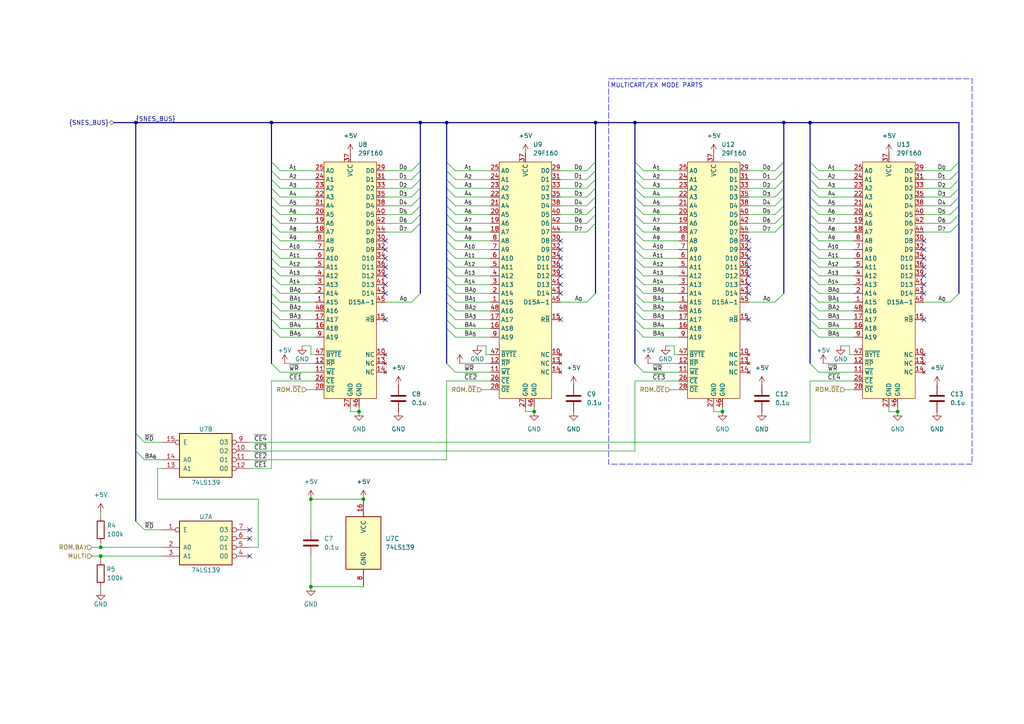
<source format=kicad_sch>
(kicad_sch (version 20231120) (generator "eeschema") (generator_version "8.0")
  (paper "A4")
  (title_block (title "SNES Advanced Flash Cartridge (LoROM)") (date "2024-10-09") (rev "1.1") (company "https://github.com/MouseBiteLabs"))
  (lib_symbols
    (symbol "Bucketmouse:29F160"
      (property "Reference" "U" (at -7.62 31.75 0))
      (property "Value" "29F160" (at -10.414 -39.37 0))
      (symbol "29F160_1_1"
        (rectangle (start -7.62 30.48) (end 7.62 -38.1) (fill (type background)))
        (pin input line (at -10.16 -10.16 0) (length 2.54) (name "A15") (number "1"))
        (pin no_connect line (at 10.16 -25.4 180) (length 2.54) (name "NC") (number "10"))
        (pin input line (at -10.16 -30.48 0) (length 2.54) (name "~{WE}") (number "11"))
        (pin input line (at -10.16 -27.94 0) (length 2.54) (name "~{RP}") (number "12"))
        (pin no_connect line (at 10.16 -27.94 180) (length 2.54) (name "NC") (number "13"))
        (pin no_connect line (at 10.16 -30.48 180) (length 2.54) (name "NC") (number "14"))
        (pin output line (at 10.16 -15.24 180) (length 2.54) (name "R~{B}") (number "15"))
        (pin input line (at -10.16 -17.78 0) (length 2.54) (name "A18") (number "16"))
        (pin input line (at -10.16 -15.24 0) (length 2.54) (name "A17") (number "17"))
        (pin input line (at -10.16 10.16 0) (length 2.54) (name "A7") (number "18"))
        (pin input line (at -10.16 12.7 0) (length 2.54) (name "A6") (number "19"))
        (pin input line (at -10.16 -7.62 0) (length 2.54) (name "A14") (number "2"))
        (pin input line (at -10.16 15.24 0) (length 2.54) (name "A5") (number "20"))
        (pin input line (at -10.16 17.78 0) (length 2.54) (name "A4") (number "21"))
        (pin input line (at -10.16 20.32 0) (length 2.54) (name "A3") (number "22"))
        (pin input line (at -10.16 22.86 0) (length 2.54) (name "A2") (number "23"))
        (pin input line (at -10.16 25.4 0) (length 2.54) (name "A1") (number "24"))
        (pin input line (at -10.16 27.94 0) (length 2.54) (name "A0") (number "25"))
        (pin input line (at -10.16 -33.02 0) (length 2.54) (name "~{CE}") (number "26"))
        (pin power_in line (at 0 -40.64 90) (length 2.54) (name "GND") (number "27"))
        (pin input line (at -10.16 -35.56 0) (length 2.54) (name "~{OE}") (number "28"))
        (pin tri_state line (at 10.16 27.94 180) (length 2.54) (name "D0") (number "29"))
        (pin input line (at -10.16 -5.08 0) (length 2.54) (name "A13") (number "3"))
        (pin tri_state line (at 10.16 7.62 180) (length 2.54) (name "D8") (number "30"))
        (pin tri_state line (at 10.16 25.4 180) (length 2.54) (name "D1") (number "31"))
        (pin tri_state line (at 10.16 5.08 180) (length 2.54) (name "D9") (number "32"))
        (pin tri_state line (at 10.16 22.86 180) (length 2.54) (name "D2") (number "33"))
        (pin tri_state line (at 10.16 2.54 180) (length 2.54) (name "D10") (number "34"))
        (pin tri_state line (at 10.16 20.32 180) (length 2.54) (name "D3") (number "35"))
        (pin tri_state line (at 10.16 0 180) (length 2.54) (name "D11") (number "36"))
        (pin power_in line (at 0 33.02 270) (length 2.54) (name "VCC") (number "37"))
        (pin tri_state line (at 10.16 17.78 180) (length 2.54) (name "D4") (number "38"))
        (pin tri_state line (at 10.16 -2.54 180) (length 2.54) (name "D12") (number "39"))
        (pin input line (at -10.16 -2.54 0) (length 2.54) (name "A12") (number "4"))
        (pin tri_state line (at 10.16 15.24 180) (length 2.54) (name "D5") (number "40"))
        (pin tri_state line (at 10.16 -5.08 180) (length 2.54) (name "D13") (number "41"))
        (pin tri_state line (at 10.16 12.7 180) (length 2.54) (name "D6") (number "42"))
        (pin tri_state line (at 10.16 -7.62 180) (length 2.54) (name "D14") (number "43"))
        (pin tri_state line (at 10.16 10.16 180) (length 2.54) (name "D7") (number "44"))
        (pin tri_state line (at 10.16 -10.16 180) (length 2.54) (name "D15A-1") (number "45"))
        (pin power_in line (at 2.54 -40.64 90) (length 2.54) (name "GND") (number "46"))
        (pin input line (at -10.16 -25.4 0) (length 2.54) (name "~{BYTE}") (number "47"))
        (pin input line (at -10.16 -12.7 0) (length 2.54) (name "A16") (number "48"))
        (pin input line (at -10.16 0 0) (length 2.54) (name "A11") (number "5"))
        (pin input line (at -10.16 2.54 0) (length 2.54) (name "A10") (number "6"))
        (pin input line (at -10.16 5.08 0) (length 2.54) (name "A9") (number "7"))
        (pin input line (at -10.16 7.62 0) (length 2.54) (name "A8") (number "8"))
        (pin input line (at -10.16 -20.32 0) (length 2.54) (name "A19") (number "9"))
      )
    )
    (symbol "Bucketmouse:74LS139" (pin_names (offset 1.016))
      (property "Reference" "U" (at -7.62 8.89 0))
      (property "Value" "74LS139" (at -7.62 -8.89 0))
      (symbol "74LS139_1_0"
        (pin input inverted (at -12.7 -5.08 0) (length 5.08) (name "E") (number "1"))
        (pin input line (at -12.7 0 0) (length 5.08) (name "A0") (number "2"))
        (pin input line (at -12.7 2.54 0) (length 5.08) (name "A1") (number "3"))
        (pin output inverted (at 12.7 2.54 180) (length 5.08) (name "O0") (number "4"))
        (pin output inverted (at 12.7 0 180) (length 5.08) (name "O1") (number "5"))
        (pin output inverted (at 12.7 -2.54 180) (length 5.08) (name "O2") (number "6"))
        (pin output inverted (at 12.7 -5.08 180) (length 5.08) (name "O3") (number "7"))
      )
      (symbol "74LS139_1_1"
        (rectangle (start -7.62 5.08) (end 7.62 -7.62) (stroke (width 0.254)) (fill (type background)))
      )
      (symbol "74LS139_2_0"
        (pin output inverted (at 12.7 -2.54 180) (length 5.08) (name "O2") (number "10"))
        (pin output inverted (at 12.7 0 180) (length 5.08) (name "O1") (number "11"))
        (pin output inverted (at 12.7 2.54 180) (length 5.08) (name "O0") (number "12"))
        (pin input line (at -12.7 2.54 0) (length 5.08) (name "A1") (number "13"))
        (pin input line (at -12.7 0 0) (length 5.08) (name "A0") (number "14"))
        (pin input inverted (at -12.7 -5.08 0) (length 5.08) (name "E") (number "15"))
        (pin output inverted (at 12.7 -5.08 180) (length 5.08) (name "O3") (number "9"))
      )
      (symbol "74LS139_2_1"
        (rectangle (start -7.62 5.08) (end 7.62 -7.62) (stroke (width 0.254)) (fill (type background)))
      )
      (symbol "74LS139_3_0"
        (pin power_in line (at 0 12.7 270) (length 5.08) (name "VCC") (number "16"))
        (pin power_in line (at 0 -12.7 90) (length 5.08) (name "GND") (number "8"))
      )
      (symbol "74LS139_3_1"
        (rectangle (start -5.08 7.62) (end 5.08 -7.62) (stroke (width 0.254)) (fill (type background)))
      )
    )
    (symbol "Device:C" (pin_numbers hide) (pin_names (offset 0.254))
      (property "Reference" "C" (at 0.635 2.54 0))
      (property "Value" "C" (at 0.635 -2.54 0))
      (symbol "C_0_1"
        (polyline (pts (xy -2.032 -0.762) (xy 2.032 -0.762)) (stroke (width 0.508)))
        (polyline (pts (xy -2.032 0.762) (xy 2.032 0.762)) (stroke (width 0.508)))
      )
      (symbol "C_1_1"
        (pin passive line (at 0 3.81 270) (length 2.794) (name "~") (number "1"))
        (pin passive line (at 0 -3.81 90) (length 2.794) (name "~") (number "2"))
      )
    )
    (symbol "Device:R" (pin_numbers hide) (pin_names (offset 0))
      (property "Reference" "R" (at 2.032 0 90))
      (property "Value" "R" (at 0 0 90))
      (symbol "R_0_1"
        (rectangle (start -1.016 -2.54) (end 1.016 2.54) (stroke (width 0.254)))
      )
      (symbol "R_1_1"
        (pin passive line (at 0 3.81 270) (length 1.27) (name "~") (number "1"))
        (pin passive line (at 0 -3.81 90) (length 1.27) (name "~") (number "2"))
      )
    )
    (symbol "power:+5V" (power) (pin_numbers hide) (pin_names (offset 0) hide)
      (property "Value" "+5V" (at 0 3.556 0))
      (symbol "+5V_0_1"
        (polyline (pts (xy -0.762 1.27) (xy 0 2.54)))
        (polyline (pts (xy 0 0) (xy 0 2.54)))
        (polyline (pts (xy 0 2.54) (xy 0.762 1.27)))
      )
      (symbol "+5V_1_1"
        (pin power_in line (at 0 0 90) (length 0) (name "~") (number "1"))
      )
    )
    (symbol "power:GND" (power) (pin_numbers hide) (pin_names (offset 0) hide)
      (property "Value" "GND" (at 0 -3.81 0))
      (symbol "GND_0_1"
        (polyline (pts (xy 0 0) (xy 0 -1.27) (xy 1.27 -1.27) (xy 0 -2.54) (xy -1.27 -1.27) (xy 0 -1.27)))
      )
      (symbol "GND_1_1"
        (pin power_in line (at 0 0 270) (length 0) (name "~") (number "1"))
      )
    )
  )
  (junction (at 90.17 144.78))
  (junction (at 39.37 35.56))
  (junction (at 154.94 119.38))
  (junction (at 29.21 158.75))
  (junction (at 209.55 119.38))
  (junction (at 234.95 35.56))
  (junction (at 227.33 35.56))
  (junction (at 184.15 35.56))
  (junction (at 121.92 35.56))
  (junction (at 172.72 35.56))
  (junction (at 129.54 35.56))
  (junction (at 105.41 144.78))
  (junction (at 104.14 119.38))
  (junction (at 29.21 161.29))
  (junction (at 90.17 170.18))
  (junction (at 78.74 35.56))
  (junction (at 260.35 119.38))
  (no_connect (at 267.97 77.47))
  (no_connect (at 267.97 74.93))
  (no_connect (at 267.97 92.71))
  (no_connect (at 217.17 77.47))
  (no_connect (at 111.76 77.47))
  (no_connect (at 217.17 72.39))
  (no_connect (at 72.39 153.67))
  (no_connect (at 267.97 72.39))
  (no_connect (at 217.17 69.85))
  (no_connect (at 217.17 74.93))
  (no_connect (at 267.97 82.55))
  (no_connect (at 217.17 82.55))
  (no_connect (at 162.56 80.01))
  (no_connect (at 162.56 72.39))
  (no_connect (at 111.76 92.71))
  (no_connect (at 267.97 85.09))
  (no_connect (at 111.76 69.85))
  (no_connect (at 111.76 72.39))
  (no_connect (at 162.56 77.47))
  (no_connect (at 162.56 69.85))
  (no_connect (at 162.56 92.71))
  (no_connect (at 111.76 85.09))
  (no_connect (at 217.17 80.01))
  (no_connect (at 267.97 80.01))
  (no_connect (at 162.56 85.09))
  (no_connect (at 111.76 74.93))
  (no_connect (at 217.17 92.71))
  (no_connect (at 162.56 74.93))
  (no_connect (at 162.56 82.55))
  (no_connect (at 267.97 69.85))
  (no_connect (at 72.39 156.21))
  (no_connect (at 217.17 85.09))
  (no_connect (at 111.76 82.55))
  (no_connect (at 111.76 80.01))
  (no_connect (at 72.39 161.29))
  (bus_entry (at 186.69 82.55) (size -2.54 -2.54))
  (bus_entry (at 224.79 49.53) (size 2.54 -2.54))
  (bus_entry (at 237.49 90.17) (size -2.54 -2.54))
  (bus_entry (at 186.69 62.23) (size -2.54 -2.54))
  (bus_entry (at 119.38 49.53) (size 2.54 -2.54))
  (bus_entry (at 224.79 59.69) (size 2.54 -2.54))
  (bus_entry (at 186.69 57.15) (size -2.54 -2.54))
  (bus_entry (at 81.28 64.77) (size -2.54 -2.54))
  (bus_entry (at 224.79 54.61) (size 2.54 -2.54))
  (bus_entry (at 234.95 95.25) (size 2.54 2.54))
  (bus_entry (at 81.28 54.61) (size -2.54 -2.54))
  (bus_entry (at 119.38 52.07) (size 2.54 -2.54))
  (bus_entry (at 81.28 82.55) (size -2.54 -2.54))
  (bus_entry (at 275.59 64.77) (size 2.54 -2.54))
  (bus_entry (at 81.28 95.25) (size -2.54 -2.54))
  (bus_entry (at 237.49 64.77) (size -2.54 -2.54))
  (bus_entry (at 81.28 57.15) (size -2.54 -2.54))
  (bus_entry (at 81.28 107.95) (size -2.54 -2.54))
  (bus_entry (at 81.28 92.71) (size -2.54 -2.54))
  (bus_entry (at 237.49 85.09) (size -2.54 -2.54))
  (bus_entry (at 170.18 67.31) (size 2.54 -2.54))
  (bus_entry (at 132.08 49.53) (size -2.54 -2.54))
  (bus_entry (at 132.08 92.71) (size -2.54 -2.54))
  (bus_entry (at 186.69 69.85) (size -2.54 -2.54))
  (bus_entry (at 224.79 64.77) (size 2.54 -2.54))
  (bus_entry (at 224.79 87.63) (size 2.54 -2.54))
  (bus_entry (at 119.38 54.61) (size 2.54 -2.54))
  (bus_entry (at 132.08 64.77) (size -2.54 -2.54))
  (bus_entry (at 224.79 67.31) (size 2.54 -2.54))
  (bus_entry (at 186.69 74.93) (size -2.54 -2.54))
  (bus_entry (at 237.49 67.31) (size -2.54 -2.54))
  (bus_entry (at 81.28 74.93) (size -2.54 -2.54))
  (bus_entry (at 81.28 72.39) (size -2.54 -2.54))
  (bus_entry (at 237.49 62.23) (size -2.54 -2.54))
  (bus_entry (at 275.59 59.69) (size 2.54 -2.54))
  (bus_entry (at 237.49 69.85) (size -2.54 -2.54))
  (bus_entry (at 81.28 49.53) (size -2.54 -2.54))
  (bus_entry (at 132.08 72.39) (size -2.54 -2.54))
  (bus_entry (at 186.69 54.61) (size -2.54 -2.54))
  (bus_entry (at 132.08 74.93) (size -2.54 -2.54))
  (bus_entry (at 184.15 95.25) (size 2.54 2.54))
  (bus_entry (at 237.49 87.63) (size -2.54 -2.54))
  (bus_entry (at 132.08 95.25) (size -2.54 -2.54))
  (bus_entry (at 132.08 59.69) (size -2.54 -2.54))
  (bus_entry (at 132.08 62.23) (size -2.54 -2.54))
  (bus_entry (at 186.69 49.53) (size -2.54 -2.54))
  (bus_entry (at 170.18 49.53) (size 2.54 -2.54))
  (bus_entry (at 132.08 87.63) (size -2.54 -2.54))
  (bus_entry (at 186.69 80.01) (size -2.54 -2.54))
  (bus_entry (at 81.28 62.23) (size -2.54 -2.54))
  (bus_entry (at 81.28 80.01) (size -2.54 -2.54))
  (bus_entry (at 119.38 87.63) (size 2.54 -2.54))
  (bus_entry (at 224.79 57.15) (size 2.54 -2.54))
  (bus_entry (at 119.38 62.23) (size 2.54 -2.54))
  (bus_entry (at 224.79 62.23) (size 2.54 -2.54))
  (bus_entry (at 81.28 85.09) (size -2.54 -2.54))
  (bus_entry (at 237.49 80.01) (size -2.54 -2.54))
  (bus_entry (at 186.69 107.95) (size -2.54 -2.54))
  (bus_entry (at 186.69 64.77) (size -2.54 -2.54))
  (bus_entry (at 81.28 87.63) (size -2.54 -2.54))
  (bus_entry (at 132.08 82.55) (size -2.54 -2.54))
  (bus_entry (at 186.69 85.09) (size -2.54 -2.54))
  (bus_entry (at 132.08 107.95) (size -2.54 -2.54))
  (bus_entry (at 39.37 130.81) (size 2.54 2.54))
  (bus_entry (at 129.54 95.25) (size 2.54 2.54))
  (bus_entry (at 237.49 49.53) (size -2.54 -2.54))
  (bus_entry (at 186.69 95.25) (size -2.54 -2.54))
  (bus_entry (at 186.69 92.71) (size -2.54 -2.54))
  (bus_entry (at 237.49 95.25) (size -2.54 -2.54))
  (bus_entry (at 186.69 77.47) (size -2.54 -2.54))
  (bus_entry (at 275.59 62.23) (size 2.54 -2.54))
  (bus_entry (at 170.18 62.23) (size 2.54 -2.54))
  (bus_entry (at 81.28 59.69) (size -2.54 -2.54))
  (bus_entry (at 132.08 90.17) (size -2.54 -2.54))
  (bus_entry (at 237.49 77.47) (size -2.54 -2.54))
  (bus_entry (at 275.59 52.07) (size 2.54 -2.54))
  (bus_entry (at 170.18 54.61) (size 2.54 -2.54))
  (bus_entry (at 237.49 52.07) (size -2.54 -2.54))
  (bus_entry (at 81.28 90.17) (size -2.54 -2.54))
  (bus_entry (at 132.08 80.01) (size -2.54 -2.54))
  (bus_entry (at 237.49 107.95) (size -2.54 -2.54))
  (bus_entry (at 237.49 57.15) (size -2.54 -2.54))
  (bus_entry (at 132.08 77.47) (size -2.54 -2.54))
  (bus_entry (at 186.69 67.31) (size -2.54 -2.54))
  (bus_entry (at 275.59 57.15) (size 2.54 -2.54))
  (bus_entry (at 224.79 52.07) (size 2.54 -2.54))
  (bus_entry (at 119.38 67.31) (size 2.54 -2.54))
  (bus_entry (at 237.49 82.55) (size -2.54 -2.54))
  (bus_entry (at 186.69 72.39) (size -2.54 -2.54))
  (bus_entry (at 237.49 92.71) (size -2.54 -2.54))
  (bus_entry (at 275.59 87.63) (size 2.54 -2.54))
  (bus_entry (at 186.69 59.69) (size -2.54 -2.54))
  (bus_entry (at 81.28 69.85) (size -2.54 -2.54))
  (bus_entry (at 119.38 59.69) (size 2.54 -2.54))
  (bus_entry (at 237.49 72.39) (size -2.54 -2.54))
  (bus_entry (at 170.18 59.69) (size 2.54 -2.54))
  (bus_entry (at 81.28 52.07) (size -2.54 -2.54))
  (bus_entry (at 275.59 54.61) (size 2.54 -2.54))
  (bus_entry (at 132.08 54.61) (size -2.54 -2.54))
  (bus_entry (at 170.18 87.63) (size 2.54 -2.54))
  (bus_entry (at 186.69 52.07) (size -2.54 -2.54))
  (bus_entry (at 81.28 67.31) (size -2.54 -2.54))
  (bus_entry (at 78.74 95.25) (size 2.54 2.54))
  (bus_entry (at 132.08 67.31) (size -2.54 -2.54))
  (bus_entry (at 275.59 67.31) (size 2.54 -2.54))
  (bus_entry (at 275.59 49.53) (size 2.54 -2.54))
  (bus_entry (at 237.49 59.69) (size -2.54 -2.54))
  (bus_entry (at 170.18 52.07) (size 2.54 -2.54))
  (bus_entry (at 81.28 77.47) (size -2.54 -2.54))
  (bus_entry (at 132.08 85.09) (size -2.54 -2.54))
  (bus_entry (at 39.37 151.13) (size 2.54 2.54))
  (bus_entry (at 132.08 52.07) (size -2.54 -2.54))
  (bus_entry (at 132.08 69.85) (size -2.54 -2.54))
  (bus_entry (at 170.18 64.77) (size 2.54 -2.54))
  (bus_entry (at 119.38 57.15) (size 2.54 -2.54))
  (bus_entry (at 186.69 87.63) (size -2.54 -2.54))
  (bus_entry (at 119.38 64.77) (size 2.54 -2.54))
  (bus_entry (at 170.18 57.15) (size 2.54 -2.54))
  (bus_entry (at 237.49 74.93) (size -2.54 -2.54))
  (bus_entry (at 186.69 90.17) (size -2.54 -2.54))
  (bus_entry (at 237.49 54.61) (size -2.54 -2.54))
  (bus_entry (at 39.37 125.73) (size 2.54 2.54))
  (bus_entry (at 132.08 57.15) (size -2.54 -2.54))
  (wire (pts (xy 81.28 95.25) (xy 91.44 95.25)))
  (bus (pts (xy 227.33 52.07) (xy 227.33 54.61)))
  (wire (pts (xy 81.28 107.95) (xy 91.44 107.95)))
  (wire (pts (xy 267.97 67.31) (xy 275.59 67.31)))
  (wire (pts (xy 132.08 64.77) (xy 142.24 64.77)))
  (wire (pts (xy 88.9 113.03) (xy 91.44 113.03)))
  (wire (pts (xy 237.49 64.77) (xy 247.65 64.77)))
  (wire (pts (xy 132.08 92.71) (xy 142.24 92.71)))
  (bus (pts (xy 234.95 82.55) (xy 234.95 85.09)))
  (bus (pts (xy 184.15 64.77) (xy 184.15 62.23)))
  (bus (pts (xy 129.54 90.17) (xy 129.54 92.71)))
  (bus (pts (xy 234.95 72.39) (xy 234.95 69.85)))
  (bus (pts (xy 184.15 59.69) (xy 184.15 57.15)))
  (wire (pts (xy 162.56 54.61) (xy 170.18 54.61)))
  (wire (pts (xy 81.28 59.69) (xy 91.44 59.69)))
  (wire (pts (xy 186.69 90.17) (xy 196.85 90.17)))
  (wire (pts (xy 132.08 90.17) (xy 142.24 90.17)))
  (wire (pts (xy 186.69 69.85) (xy 196.85 69.85)))
  (wire (pts (xy 81.28 64.77) (xy 91.44 64.77)))
  (wire (pts (xy 267.97 49.53) (xy 275.59 49.53)))
  (wire (pts (xy 139.7 113.03) (xy 142.24 113.03)))
  (bus (pts (xy 78.74 49.53) (xy 78.74 46.99)))
  (wire (pts (xy 74.93 144.78) (xy 74.93 158.75)))
  (wire (pts (xy 41.91 128.27) (xy 46.99 128.27)))
  (wire (pts (xy 91.44 102.87) (xy 90.17 102.87)))
  (wire (pts (xy 132.08 74.93) (xy 142.24 74.93)))
  (bus (pts (xy 278.13 35.56) (xy 278.13 46.99)))
  (bus (pts (xy 129.54 64.77) (xy 129.54 62.23)))
  (wire (pts (xy 81.28 54.61) (xy 91.44 54.61)))
  (wire (pts (xy 186.69 74.93) (xy 196.85 74.93)))
  (wire (pts (xy 217.17 52.07) (xy 224.79 52.07)))
  (bus (pts (xy 184.15 90.17) (xy 184.15 92.71)))
  (bus (pts (xy 121.92 35.56) (xy 121.92 46.99)))
  (wire (pts (xy 217.17 54.61) (xy 224.79 54.61)))
  (wire (pts (xy 132.08 87.63) (xy 142.24 87.63)))
  (wire (pts (xy 81.28 82.55) (xy 91.44 82.55)))
  (bus (pts (xy 278.13 46.99) (xy 278.13 49.53)))
  (bus (pts (xy 234.95 69.85) (xy 234.95 67.31)))
  (wire (pts (xy 111.76 67.31) (xy 119.38 67.31)))
  (bus (pts (xy 184.15 80.01) (xy 184.15 77.47)))
  (wire (pts (xy 45.72 135.89) (xy 45.72 144.78)))
  (wire (pts (xy 29.21 148.59) (xy 29.21 149.86)))
  (wire (pts (xy 267.97 87.63) (xy 275.59 87.63)))
  (wire (pts (xy 186.69 77.47) (xy 196.85 77.47)))
  (wire (pts (xy 132.08 95.25) (xy 142.24 95.25)))
  (wire (pts (xy 246.38 102.87) (xy 246.38 100.33)))
  (bus (pts (xy 129.54 72.39) (xy 129.54 69.85)))
  (wire (pts (xy 29.21 161.29) (xy 46.99 161.29)))
  (wire (pts (xy 132.08 85.09) (xy 142.24 85.09)))
  (wire (pts (xy 162.56 52.07) (xy 170.18 52.07)))
  (bus (pts (xy 184.15 80.01) (xy 184.15 82.55)))
  (bus (pts (xy 129.54 67.31) (xy 129.54 64.77)))
  (wire (pts (xy 207.01 119.38) (xy 209.55 119.38)))
  (bus (pts (xy 129.54 62.23) (xy 129.54 59.69)))
  (bus (pts (xy 172.72 49.53) (xy 172.72 52.07)))
  (bus (pts (xy 227.33 54.61) (xy 227.33 57.15)))
  (bus (pts (xy 129.54 49.53) (xy 129.54 46.99)))
  (bus (pts (xy 184.15 67.31) (xy 184.15 64.77)))
  (bus (pts (xy 129.54 54.61) (xy 129.54 52.07)))
  (bus (pts (xy 184.15 95.25) (xy 184.15 105.41)))
  (bus (pts (xy 129.54 69.85) (xy 129.54 67.31)))
  (wire (pts (xy 186.69 57.15) (xy 196.85 57.15)))
  (bus (pts (xy 129.54 85.09) (xy 129.54 87.63)))
  (wire (pts (xy 111.76 57.15) (xy 119.38 57.15)))
  (bus (pts (xy 129.54 82.55) (xy 129.54 85.09)))
  (wire (pts (xy 72.39 128.27) (xy 234.95 128.27)))
  (wire (pts (xy 162.56 59.69) (xy 170.18 59.69)))
  (bus (pts (xy 78.74 67.31) (xy 78.74 64.77)))
  (bus (pts (xy 227.33 62.23) (xy 227.33 64.77)))
  (wire (pts (xy 90.17 144.78) (xy 90.17 153.67)))
  (wire (pts (xy 81.28 69.85) (xy 91.44 69.85)))
  (bus (pts (xy 78.74 74.93) (xy 78.74 72.39)))
  (wire (pts (xy 81.28 87.63) (xy 91.44 87.63)))
  (bus (pts (xy 184.15 62.23) (xy 184.15 59.69)))
  (wire (pts (xy 237.49 97.79) (xy 247.65 97.79)))
  (wire (pts (xy 81.28 52.07) (xy 91.44 52.07)))
  (wire (pts (xy 237.49 87.63) (xy 247.65 87.63)))
  (bus (pts (xy 234.95 80.01) (xy 234.95 77.47)))
  (bus (pts (xy 78.74 62.23) (xy 78.74 59.69)))
  (wire (pts (xy 72.39 135.89) (xy 78.74 135.89)))
  (wire (pts (xy 195.58 100.33) (xy 193.04 100.33)))
  (wire (pts (xy 237.49 57.15) (xy 247.65 57.15)))
  (wire (pts (xy 237.49 82.55) (xy 247.65 82.55)))
  (bus (pts (xy 184.15 85.09) (xy 184.15 87.63)))
  (bus (pts (xy 184.15 69.85) (xy 184.15 67.31)))
  (wire (pts (xy 140.97 100.33) (xy 138.43 100.33)))
  (wire (pts (xy 90.17 144.78) (xy 105.41 144.78)))
  (bus (pts (xy 234.95 85.09) (xy 234.95 87.63)))
  (wire (pts (xy 104.14 119.38) (xy 104.14 118.11)))
  (bus (pts (xy 184.15 49.53) (xy 184.15 46.99)))
  (bus (pts (xy 234.95 62.23) (xy 234.95 59.69)))
  (wire (pts (xy 29.21 161.29) (xy 29.21 162.56)))
  (bus (pts (xy 129.54 77.47) (xy 129.54 74.93)))
  (wire (pts (xy 81.28 57.15) (xy 91.44 57.15)))
  (bus (pts (xy 227.33 46.99) (xy 227.33 49.53)))
  (wire (pts (xy 237.49 107.95) (xy 247.65 107.95)))
  (wire (pts (xy 162.56 67.31) (xy 170.18 67.31)))
  (wire (pts (xy 132.08 67.31) (xy 142.24 67.31)))
  (bus (pts (xy 227.33 59.69) (xy 227.33 62.23)))
  (wire (pts (xy 111.76 64.77) (xy 119.38 64.77)))
  (bus (pts (xy 184.15 35.56) (xy 184.15 46.99)))
  (bus (pts (xy 278.13 64.77) (xy 278.13 85.09)))
  (wire (pts (xy 186.69 80.01) (xy 196.85 80.01)))
  (bus (pts (xy 234.95 95.25) (xy 234.95 105.41)))
  (bus (pts (xy 172.72 46.99) (xy 172.72 49.53)))
  (wire (pts (xy 186.69 49.53) (xy 196.85 49.53)))
  (wire (pts (xy 187.96 105.41) (xy 196.85 105.41)))
  (wire (pts (xy 132.08 107.95) (xy 142.24 107.95)))
  (bus (pts (xy 184.15 52.07) (xy 184.15 49.53)))
  (wire (pts (xy 186.69 95.25) (xy 196.85 95.25)))
  (bus (pts (xy 234.95 49.53) (xy 234.95 46.99)))
  (bus (pts (xy 234.95 59.69) (xy 234.95 57.15)))
  (bus (pts (xy 78.74 57.15) (xy 78.74 54.61)))
  (wire (pts (xy 186.69 64.77) (xy 196.85 64.77)))
  (wire (pts (xy 186.69 82.55) (xy 196.85 82.55)))
  (wire (pts (xy 132.08 97.79) (xy 142.24 97.79)))
  (wire (pts (xy 133.35 105.41) (xy 142.24 105.41)))
  (bus (pts (xy 39.37 35.56) (xy 78.74 35.56)))
  (bus (pts (xy 234.95 90.17) (xy 234.95 92.71)))
  (wire (pts (xy 267.97 54.61) (xy 275.59 54.61)))
  (wire (pts (xy 237.49 74.93) (xy 247.65 74.93)))
  (wire (pts (xy 29.21 171.45) (xy 29.21 170.18)))
  (wire (pts (xy 237.49 90.17) (xy 247.65 90.17)))
  (wire (pts (xy 184.15 110.49) (xy 196.85 110.49)))
  (wire (pts (xy 237.49 54.61) (xy 247.65 54.61)))
  (bus (pts (xy 78.74 59.69) (xy 78.74 57.15)))
  (bus (pts (xy 234.95 64.77) (xy 234.95 62.23)))
  (wire (pts (xy 186.69 62.23) (xy 196.85 62.23)))
  (wire (pts (xy 41.91 133.35) (xy 46.99 133.35)))
  (wire (pts (xy 237.49 77.47) (xy 247.65 77.47)))
  (wire (pts (xy 45.72 135.89) (xy 46.99 135.89)))
  (bus (pts (xy 78.74 52.07) (xy 78.74 49.53)))
  (bus (pts (xy 172.72 59.69) (xy 172.72 62.23)))
  (bus (pts (xy 184.15 57.15) (xy 184.15 54.61)))
  (wire (pts (xy 217.17 49.53) (xy 224.79 49.53)))
  (bus (pts (xy 184.15 87.63) (xy 184.15 90.17)))
  (bus (pts (xy 121.92 62.23) (xy 121.92 64.77)))
  (wire (pts (xy 186.69 59.69) (xy 196.85 59.69)))
  (bus (pts (xy 121.92 54.61) (xy 121.92 57.15)))
  (bus (pts (xy 129.54 57.15) (xy 129.54 54.61)))
  (bus (pts (xy 129.54 52.07) (xy 129.54 49.53)))
  (wire (pts (xy 217.17 67.31) (xy 224.79 67.31)))
  (wire (pts (xy 90.17 102.87) (xy 90.17 100.33)))
  (bus (pts (xy 78.74 64.77) (xy 78.74 62.23)))
  (wire (pts (xy 140.97 102.87) (xy 140.97 100.33)))
  (wire (pts (xy 81.28 80.01) (xy 91.44 80.01)))
  (wire (pts (xy 237.49 69.85) (xy 247.65 69.85)))
  (bus (pts (xy 121.92 46.99) (xy 121.92 49.53)))
  (wire (pts (xy 237.49 80.01) (xy 247.65 80.01)))
  (wire (pts (xy 101.6 118.11) (xy 101.6 119.38)))
  (wire (pts (xy 129.54 110.49) (xy 142.24 110.49)))
  (bus (pts (xy 172.72 52.07) (xy 172.72 54.61)))
  (bus (pts (xy 121.92 35.56) (xy 129.54 35.56)))
  (bus (pts (xy 234.95 87.63) (xy 234.95 90.17)))
  (wire (pts (xy 237.49 59.69) (xy 247.65 59.69)))
  (wire (pts (xy 217.17 59.69) (xy 224.79 59.69)))
  (wire (pts (xy 132.08 69.85) (xy 142.24 69.85)))
  (wire (pts (xy 257.81 119.38) (xy 260.35 119.38)))
  (bus (pts (xy 39.37 125.73) (xy 39.37 130.81)))
  (wire (pts (xy 162.56 57.15) (xy 170.18 57.15)))
  (wire (pts (xy 247.65 102.87) (xy 246.38 102.87)))
  (bus (pts (xy 234.95 52.07) (xy 234.95 49.53)))
  (bus (pts (xy 234.95 35.56) (xy 234.95 46.99)))
  (wire (pts (xy 245.11 113.03) (xy 247.65 113.03)))
  (bus (pts (xy 227.33 64.77) (xy 227.33 85.09)))
  (wire (pts (xy 162.56 64.77) (xy 170.18 64.77)))
  (bus (pts (xy 234.95 67.31) (xy 234.95 64.77)))
  (wire (pts (xy 267.97 64.77) (xy 275.59 64.77)))
  (bus (pts (xy 39.37 35.56) (xy 39.37 125.73)))
  (wire (pts (xy 209.55 119.38) (xy 209.55 118.11)))
  (bus (pts (xy 278.13 57.15) (xy 278.13 59.69)))
  (wire (pts (xy 81.28 62.23) (xy 91.44 62.23)))
  (wire (pts (xy 237.49 52.07) (xy 247.65 52.07)))
  (wire (pts (xy 238.76 105.41) (xy 247.65 105.41)))
  (bus (pts (xy 121.92 64.77) (xy 121.92 85.09)))
  (bus (pts (xy 227.33 57.15) (xy 227.33 59.69)))
  (bus (pts (xy 184.15 72.39) (xy 184.15 69.85)))
  (bus (pts (xy 129.54 95.25) (xy 129.54 105.41)))
  (bus (pts (xy 227.33 35.56) (xy 227.33 46.99)))
  (wire (pts (xy 186.69 52.07) (xy 196.85 52.07)))
  (bus (pts (xy 78.74 87.63) (xy 78.74 90.17)))
  (bus (pts (xy 129.54 87.63) (xy 129.54 90.17)))
  (wire (pts (xy 186.69 54.61) (xy 196.85 54.61)))
  (wire (pts (xy 81.28 49.53) (xy 91.44 49.53)))
  (wire (pts (xy 237.49 72.39) (xy 247.65 72.39)))
  (wire (pts (xy 234.95 110.49) (xy 247.65 110.49)))
  (wire (pts (xy 237.49 67.31) (xy 247.65 67.31)))
  (bus (pts (xy 172.72 54.61) (xy 172.72 57.15)))
  (wire (pts (xy 132.08 52.07) (xy 142.24 52.07)))
  (wire (pts (xy 237.49 92.71) (xy 247.65 92.71)))
  (wire (pts (xy 132.08 72.39) (xy 142.24 72.39)))
  (wire (pts (xy 267.97 57.15) (xy 275.59 57.15)))
  (bus (pts (xy 121.92 52.07) (xy 121.92 54.61)))
  (wire (pts (xy 29.21 158.75) (xy 46.99 158.75)))
  (wire (pts (xy 186.69 87.63) (xy 196.85 87.63)))
  (wire (pts (xy 81.28 92.71) (xy 91.44 92.71)))
  (bus (pts (xy 129.54 80.01) (xy 129.54 82.55)))
  (wire (pts (xy 162.56 49.53) (xy 170.18 49.53)))
  (wire (pts (xy 142.24 102.87) (xy 140.97 102.87)))
  (bus (pts (xy 172.72 35.56) (xy 172.72 46.99)))
  (wire (pts (xy 78.74 110.49) (xy 78.74 135.89)))
  (wire (pts (xy 41.91 153.67) (xy 46.99 153.67)))
  (wire (pts (xy 186.69 85.09) (xy 196.85 85.09)))
  (wire (pts (xy 152.4 118.11) (xy 152.4 119.38)))
  (bus (pts (xy 78.74 90.17) (xy 78.74 92.71)))
  (wire (pts (xy 154.94 119.38) (xy 154.94 118.11)))
  (wire (pts (xy 111.76 62.23) (xy 119.38 62.23)))
  (wire (pts (xy 74.93 158.75) (xy 72.39 158.75)))
  (bus (pts (xy 184.15 92.71) (xy 184.15 95.25)))
  (bus (pts (xy 172.72 64.77) (xy 172.72 85.09)))
  (bus (pts (xy 184.15 35.56) (xy 227.33 35.56)))
  (wire (pts (xy 195.58 102.87) (xy 195.58 100.33)))
  (wire (pts (xy 72.39 133.35) (xy 129.54 133.35)))
  (wire (pts (xy 132.08 59.69) (xy 142.24 59.69)))
  (bus (pts (xy 78.74 80.01) (xy 78.74 77.47)))
  (bus (pts (xy 278.13 62.23) (xy 278.13 64.77)))
  (wire (pts (xy 90.17 170.18) (xy 105.41 170.18)))
  (bus (pts (xy 227.33 35.56) (xy 234.95 35.56)))
  (bus (pts (xy 78.74 85.09) (xy 78.74 87.63)))
  (bus (pts (xy 227.33 49.53) (xy 227.33 52.07)))
  (bus (pts (xy 129.54 59.69) (xy 129.54 57.15)))
  (wire (pts (xy 101.6 119.38) (xy 104.14 119.38)))
  (wire (pts (xy 81.28 74.93) (xy 91.44 74.93)))
  (bus (pts (xy 129.54 35.56) (xy 129.54 46.99)))
  (wire (pts (xy 45.72 144.78) (xy 74.93 144.78)))
  (wire (pts (xy 78.74 110.49) (xy 91.44 110.49)))
  (wire (pts (xy 217.17 62.23) (xy 224.79 62.23)))
  (wire (pts (xy 132.08 49.53) (xy 142.24 49.53)))
  (bus (pts (xy 78.74 54.61) (xy 78.74 52.07)))
  (wire (pts (xy 132.08 62.23) (xy 142.24 62.23)))
  (bus (pts (xy 234.95 54.61) (xy 234.95 52.07)))
  (bus (pts (xy 78.74 69.85) (xy 78.74 67.31)))
  (wire (pts (xy 111.76 52.07) (xy 119.38 52.07)))
  (wire (pts (xy 234.95 128.27) (xy 234.95 110.49)))
  (wire (pts (xy 26.67 158.75) (xy 29.21 158.75)))
  (wire (pts (xy 237.49 85.09) (xy 247.65 85.09)))
  (wire (pts (xy 184.15 130.81) (xy 184.15 110.49)))
  (wire (pts (xy 90.17 170.18) (xy 90.17 161.29)))
  (bus (pts (xy 39.37 130.81) (xy 39.37 151.13)))
  (bus (pts (xy 184.15 77.47) (xy 184.15 74.93)))
  (wire (pts (xy 111.76 49.53) (xy 119.38 49.53)))
  (bus (pts (xy 234.95 74.93) (xy 234.95 72.39)))
  (wire (pts (xy 186.69 97.79) (xy 196.85 97.79)))
  (wire (pts (xy 81.28 72.39) (xy 91.44 72.39)))
  (wire (pts (xy 186.69 107.95) (xy 196.85 107.95)))
  (wire (pts (xy 111.76 59.69) (xy 119.38 59.69)))
  (bus (pts (xy 234.95 57.15) (xy 234.95 54.61)))
  (bus (pts (xy 278.13 59.69) (xy 278.13 62.23)))
  (wire (pts (xy 257.81 118.11) (xy 257.81 119.38)))
  (wire (pts (xy 217.17 64.77) (xy 224.79 64.77)))
  (wire (pts (xy 29.21 157.48) (xy 29.21 158.75)))
  (wire (pts (xy 246.38 100.33) (xy 243.84 100.33)))
  (wire (pts (xy 260.35 119.38) (xy 260.35 118.11)))
  (wire (pts (xy 186.69 67.31) (xy 196.85 67.31)))
  (wire (pts (xy 26.67 161.29) (xy 29.21 161.29)))
  (wire (pts (xy 186.69 92.71) (xy 196.85 92.71)))
  (wire (pts (xy 81.28 67.31) (xy 91.44 67.31)))
  (bus (pts (xy 78.74 35.56) (xy 78.74 46.99)))
  (bus (pts (xy 129.54 74.93) (xy 129.54 72.39)))
  (bus (pts (xy 78.74 72.39) (xy 78.74 69.85)))
  (wire (pts (xy 132.08 54.61) (xy 142.24 54.61)))
  (wire (pts (xy 237.49 95.25) (xy 247.65 95.25)))
  (bus (pts (xy 78.74 77.47) (xy 78.74 74.93)))
  (wire (pts (xy 81.28 77.47) (xy 91.44 77.47)))
  (bus (pts (xy 278.13 49.53) (xy 278.13 52.07)))
  (wire (pts (xy 217.17 57.15) (xy 224.79 57.15)))
  (wire (pts (xy 267.97 59.69) (xy 275.59 59.69)))
  (wire (pts (xy 111.76 87.63) (xy 119.38 87.63)))
  (wire (pts (xy 162.56 62.23) (xy 170.18 62.23)))
  (bus (pts (xy 234.95 80.01) (xy 234.95 82.55)))
  (bus (pts (xy 234.95 77.47) (xy 234.95 74.93)))
  (wire (pts (xy 132.08 57.15) (xy 142.24 57.15)))
  (bus (pts (xy 172.72 57.15) (xy 172.72 59.69)))
  (wire (pts (xy 196.85 102.87) (xy 195.58 102.87)))
  (bus (pts (xy 121.92 57.15) (xy 121.92 59.69)))
  (bus (pts (xy 129.54 92.71) (xy 129.54 95.25)))
  (bus (pts (xy 121.92 59.69) (xy 121.92 62.23)))
  (bus (pts (xy 78.74 35.56) (xy 121.92 35.56)))
  (wire (pts (xy 82.55 105.41) (xy 91.44 105.41)))
  (bus (pts (xy 78.74 80.01) (xy 78.74 82.55)))
  (wire (pts (xy 267.97 62.23) (xy 275.59 62.23)))
  (wire (pts (xy 81.28 97.79) (xy 91.44 97.79)))
  (wire (pts (xy 90.17 100.33) (xy 87.63 100.33)))
  (wire (pts (xy 129.54 133.35) (xy 129.54 110.49)))
  (bus (pts (xy 184.15 74.93) (xy 184.15 72.39)))
  (wire (pts (xy 132.08 82.55) (xy 142.24 82.55)))
  (wire (pts (xy 111.76 54.61) (xy 119.38 54.61)))
  (bus (pts (xy 129.54 35.56) (xy 172.72 35.56)))
  (wire (pts (xy 162.56 87.63) (xy 170.18 87.63)))
  (wire (pts (xy 72.39 130.81) (xy 184.15 130.81)))
  (bus (pts (xy 184.15 82.55) (xy 184.15 85.09)))
  (wire (pts (xy 81.28 85.09) (xy 91.44 85.09)))
  (bus (pts (xy 172.72 35.56) (xy 184.15 35.56)))
  (bus (pts (xy 278.13 54.61) (xy 278.13 57.15)))
  (wire (pts (xy 186.69 72.39) (xy 196.85 72.39)))
  (bus (pts (xy 78.74 92.71) (xy 78.74 95.25)))
  (wire (pts (xy 132.08 77.47) (xy 142.24 77.47)))
  (bus (pts (xy 278.13 52.07) (xy 278.13 54.61)))
  (bus (pts (xy 234.95 92.71) (xy 234.95 95.25)))
  (wire (pts (xy 81.28 90.17) (xy 91.44 90.17)))
  (wire (pts (xy 237.49 62.23) (xy 247.65 62.23)))
  (wire (pts (xy 267.97 52.07) (xy 275.59 52.07)))
  (bus (pts (xy 172.72 62.23) (xy 172.72 64.77)))
  (wire (pts (xy 194.31 113.03) (xy 196.85 113.03)))
  (wire (pts (xy 132.08 80.01) (xy 142.24 80.01)))
  (bus (pts (xy 121.92 49.53) (xy 121.92 52.07)))
  (bus (pts (xy 129.54 80.01) (xy 129.54 77.47)))
  (wire (pts (xy 217.17 87.63) (xy 224.79 87.63)))
  (bus (pts (xy 184.15 54.61) (xy 184.15 52.07)))
  (bus (pts (xy 234.95 35.56) (xy 278.13 35.56)))
  (wire (pts (xy 207.01 118.11) (xy 207.01 119.38)))
  (bus (pts (xy 78.74 82.55) (xy 78.74 85.09)))
  (wire (pts (xy 237.49 49.53) (xy 247.65 49.53)))
  (bus (pts (xy 78.74 95.25) (xy 78.74 105.41)))
  (bus (pts (xy 33.02 35.56) (xy 39.37 35.56)))
  (wire (pts (xy 152.4 119.38) (xy 154.94 119.38)))
  (rectangle (start 176.53 22.86) (end 281.94 134.62) (stroke (width 0) (type dash)))
  (text "MULTICART/EX MODE PARTS" (at 190.5 24.892 0) (effects (font (size 1.27 1.27))))
  (label "D_{6}" (at 168.91 64.77 180))
  (label "D_{5}" (at 223.52 62.23 180))
  (label "~{CE2}" (at 134.62 110.49 0))
  (label "A_{12}" (at 83.82 77.47 0))
  (label "A_{5}" (at 189.23 59.69 0))
  (label "D_{5}" (at 168.91 62.23 180))
  (label "A_{13}" (at 240.03 80.01 0))
  (label "A_{13}" (at 83.82 80.01 0))
  (label "BA_{3}" (at 189.23 92.71 0))
  (label "D_{3}" (at 118.11 57.15 180))
  (label "D_{7}" (at 118.11 67.31 180))
  (label "BA_{0}" (at 240.03 85.09 0))
  (label "A_{1}" (at 134.62 49.53 0))
  (label "A_{8}" (at 240.03 67.31 0))
  (label "D_{3}" (at 223.52 57.15 180))
  (label "BA_{2}" (at 240.03 90.17 0))
  (label "A_{9}" (at 189.23 69.85 0))
  (label "A_{2}" (at 83.82 52.07 0))
  (label "~{RD}" (at 41.91 128.27 0))
  (label "D_{0}" (at 223.52 49.53 180))
  (label "A_{7}" (at 134.62 64.77 0))
  (label "A_{11}" (at 240.03 74.93 0))
  (label "BA_{3}" (at 83.82 92.71 0))
  (label "A_{13}" (at 134.62 80.01 0))
  (label "A_{1}" (at 83.82 49.53 0))
  (label "~{CE3}" (at 189.23 110.49 0))
  (label "BA_{6}" (at 41.91 133.35 0))
  (label "A_{0}" (at 168.91 87.63 180))
  (label "BA_{1}" (at 240.03 87.63 0))
  (label "BA_{5}" (at 134.62 97.79 0))
  (label "~{WR}" (at 83.82 107.95 0))
  (label "D_{1}" (at 168.91 52.07 180))
  (label "A_{10}" (at 240.03 72.39 0))
  (label "A_{2}" (at 134.62 52.07 0))
  (label "A_{3}" (at 83.82 54.61 0))
  (label "A_{14}" (at 189.23 82.55 0))
  (label "BA_{3}" (at 240.03 92.71 0))
  (label "D_{0}" (at 274.32 49.53 180))
  (label "BA_{0}" (at 134.62 85.09 0))
  (label "A_{7}" (at 189.23 64.77 0))
  (label "A_{1}" (at 189.23 49.53 0))
  (label "D_{2}" (at 168.91 54.61 180))
  (label "BA_{4}" (at 189.23 95.25 0))
  (label "A_{4}" (at 240.03 57.15 0))
  (label "A_{5}" (at 240.03 59.69 0))
  (label "A_{2}" (at 189.23 52.07 0))
  (label "A_{12}" (at 189.23 77.47 0))
  (label "A_{2}" (at 240.03 52.07 0))
  (label "A_{4}" (at 83.82 57.15 0))
  (label "D_{6}" (at 223.52 64.77 180))
  (label "BA_{0}" (at 83.82 85.09 0))
  (label "{SNES_BUS}" (at 39.37 35.56 0))
  (label "A_{11}" (at 134.62 74.93 0))
  (label "D_{0}" (at 118.11 49.53 180))
  (label "BA_{3}" (at 134.62 92.71 0))
  (label "A_{10}" (at 189.23 72.39 0))
  (label "~{WR}" (at 189.23 107.95 0))
  (label "D_{4}" (at 118.11 59.69 180))
  (label "D_{4}" (at 223.52 59.69 180))
  (label "~{RD}" (at 41.91 153.67 0))
  (label "D_{4}" (at 168.91 59.69 180))
  (label "BA_{0}" (at 189.23 85.09 0))
  (label "D_{7}" (at 274.32 67.31 180))
  (label "A_{7}" (at 240.03 64.77 0))
  (label "D_{3}" (at 274.32 57.15 180))
  (label "BA_{1}" (at 189.23 87.63 0))
  (label "D_{1}" (at 118.11 52.07 180))
  (label "A_{12}" (at 134.62 77.47 0))
  (label "D_{7}" (at 168.91 67.31 180))
  (label "~{CE3}" (at 73.66 130.81 0))
  (label "A_{1}" (at 240.03 49.53 0))
  (label "D_{0}" (at 168.91 49.53 180))
  (label "D_{2}" (at 118.11 54.61 180))
  (label "A_{5}" (at 134.62 59.69 0))
  (label "A_{10}" (at 134.62 72.39 0))
  (label "A_{0}" (at 274.32 87.63 180))
  (label "~{CE4}" (at 240.03 110.49 0))
  (label "A_{11}" (at 83.82 74.93 0))
  (label "~{CE1}" (at 73.66 135.89 0))
  (label "A_{10}" (at 83.82 72.39 0))
  (label "A_{9}" (at 240.03 69.85 0))
  (label "A_{14}" (at 240.03 82.55 0))
  (label "BA_{5}" (at 83.82 97.79 0))
  (label "BA_{5}" (at 240.03 97.79 0))
  (label "D_{2}" (at 274.32 54.61 180))
  (label "A_{11}" (at 189.23 74.93 0))
  (label "~{CE2}" (at 73.66 133.35 0))
  (label "BA_{1}" (at 83.82 87.63 0))
  (label "A_{5}" (at 83.82 59.69 0))
  (label "A_{6}" (at 134.62 62.23 0))
  (label "BA_{2}" (at 134.62 90.17 0))
  (label "BA_{4}" (at 83.82 95.25 0))
  (label "A_{14}" (at 134.62 82.55 0))
  (label "A_{6}" (at 240.03 62.23 0))
  (label "BA_{4}" (at 134.62 95.25 0))
  (label "D_{2}" (at 223.52 54.61 180))
  (label "A_{12}" (at 240.03 77.47 0))
  (label "D_{3}" (at 168.91 57.15 180))
  (label "A_{9}" (at 134.62 69.85 0))
  (label "D_{1}" (at 223.52 52.07 180))
  (label "A_{3}" (at 134.62 54.61 0))
  (label "D_{5}" (at 118.11 62.23 180))
  (label "A_{8}" (at 134.62 67.31 0))
  (label "D_{1}" (at 274.32 52.07 180))
  (label "~{WR}" (at 240.03 107.95 0))
  (label "BA_{5}" (at 189.23 97.79 0))
  (label "A_{7}" (at 83.82 64.77 0))
  (label "BA_{2}" (at 189.23 90.17 0))
  (label "BA_{2}" (at 83.82 90.17 0))
  (label "D_{5}" (at 274.32 62.23 180))
  (label "D_{6}" (at 274.32 64.77 180))
  (label "A_{9}" (at 83.82 69.85 0))
  (label "A_{13}" (at 189.23 80.01 0))
  (label "A_{8}" (at 189.23 67.31 0))
  (label "~{WR}" (at 134.62 107.95 0))
  (label "~{CE4}" (at 73.66 128.27 0))
  (label "BA_{4}" (at 240.03 95.25 0))
  (label "A_{4}" (at 189.23 57.15 0))
  (label "A_{6}" (at 83.82 62.23 0))
  (label "BA_{1}" (at 134.62 87.63 0))
  (label "A_{0}" (at 223.52 87.63 180))
  (label "A_{4}" (at 134.62 57.15 0))
  (label "A_{3}" (at 189.23 54.61 0))
  (label "D_{7}" (at 223.52 67.31 180))
  (label "A_{6}" (at 189.23 62.23 0))
  (label "~{CE1}" (at 83.82 110.49 0))
  (label "A_{8}" (at 83.82 67.31 0))
  (label "A_{0}" (at 118.11 87.63 180))
  (label "D_{4}" (at 274.32 59.69 180))
  (label "D_{6}" (at 118.11 64.77 180))
  (label "A_{3}" (at 240.03 54.61 0))
  (label "A_{14}" (at 83.82 82.55 0))
  (hierarchical_label "MULTI" (shape input) (at 26.67 161.29 180))
  (hierarchical_label "ROM.BA_{7}" (shape input) (at 26.67 158.75 180))
  (hierarchical_label "ROM.~{OE}" (shape input) (at 139.7 113.03 180))
  (hierarchical_label "ROM.~{OE}" (shape input) (at 194.31 113.03 180))
  (hierarchical_label "{SNES_BUS}" (shape bidirectional) (at 33.02 35.56 180))
  (hierarchical_label "ROM.~{OE}" (shape input) (at 245.11 113.03 180))
  (hierarchical_label "ROM.~{OE}" (shape input) (at 88.9 113.03 180))
  (symbol (lib_id "Bucketmouse:74LS139") (at 105.41 157.48 0) (mirror y) (unit 3)
    (property "Reference" "U7" (at 111.76 156.2099 0) (effects (justify right)))
    (property "Value" "74LS139" (at 111.76 158.7499 0) (effects (justify right)))
    (property "Footprint" "Bucketmouse:TSSOP-16_4.4x5mm_P0.65mm" (effects (hide yes)))
    (property "Datasheet" "http://www.ti.com/lit/ds/symlink/sn74ls139a.pdf" (effects (hide yes)))
    (property "Description" "Dual Decoder 1 of 4, Active low outputs" (effects (hide yes)))
  )
  (symbol (lib_id "power:+5V") (at 82.55 105.41 0) (unit 1)
    (property "Reference" "#PWR02" (effects (hide yes)))
    (property "Value" "+5V" (at 82.55 101.6 0))
    (property "Description" "Power symbol creates a global label with name \"+5V\"" (effects (hide yes)))
  )
  (symbol (lib_id "power:+5V") (at 133.35 105.41 0) (unit 1)
    (property "Reference" "#PWR03" (effects (hide yes)))
    (property "Value" "+5V" (effects (hide yes)))
    (property "Description" "Power symbol creates a global label with name \"+5V\"" (effects (hide yes)))
  )
  (symbol (lib_id "power:+5V") (at 238.76 105.41 0) (unit 1)
    (property "Reference" "#PWR034" (effects (hide yes)))
    (property "Value" "+5V" (at 238.76 101.6 0))
    (property "Description" "Power symbol creates a global label with name \"+5V\"" (effects (hide yes)))
  )
  (symbol (lib_id "power:GND") (at 209.55 119.38 0) (unit 1)
    (property "Reference" "#PWR033" (effects (hide yes)))
    (property "Value" "GND" (at 209.55 124.46 0))
    (property "Description" "Power symbol creates a global label with name \"GND\" , ground" (effects (hide yes)))
  )
  (symbol (lib_id "Device:C") (at 271.78 115.57 0) (unit 1)
    (property "Reference" "C13" (at 275.59 114.2999 0) (effects (justify left)))
    (property "Value" "0.1u" (at 275.59 116.8399 0) (effects (justify left)))
    (property "Footprint" "Bucketmouse:C_0603_1608Metric_Boxed" (effects (hide yes)))
    (property "Description" "Unpolarized capacitor" (effects (hide yes)))
  )
  (symbol (lib_id "power:+5V") (at 90.17 144.78 0) (unit 1)
    (property "Reference" "#PWR046" (effects (hide yes)))
    (property "Value" "+5V" (at 90.17 139.7 0))
    (property "Description" "Power symbol creates a global label with name \"+5V\"" (effects (hide yes)))
  )
  (symbol (lib_id "Device:C") (at 220.98 115.57 0) (unit 1)
    (property "Reference" "C12" (at 224.79 114.2999 0) (effects (justify left)))
    (property "Value" "0.1u" (at 224.79 116.8399 0) (effects (justify left)))
    (property "Footprint" "Bucketmouse:C_0603_1608Metric_Boxed" (effects (hide yes)))
    (property "Description" "Unpolarized capacitor" (effects (hide yes)))
  )
  (symbol (lib_id "power:GND") (at 220.98 119.38 0) (unit 1)
    (property "Reference" "#PWR043" (effects (hide yes)))
    (property "Value" "GND" (at 220.98 124.46 0))
    (property "Description" "Power symbol creates a global label with name \"GND\" , ground" (effects (hide yes)))
  )
  (symbol (lib_id "power:GND") (at 243.84 100.33 0) (unit 1)
    (property "Reference" "#PWR035" (effects (hide yes)))
    (property "Value" "GND" (at 243.84 104.14 0))
    (property "Description" "Power symbol creates a global label with name \"GND\" , ground" (effects (hide yes)))
  )
  (symbol (lib_id "power:+5V") (at 207.01 44.45 0) (unit 1)
    (property "Reference" "#PWR032" (effects (hide yes)))
    (property "Value" "+5V" (at 207.01 39.37 0))
    (property "Description" "Power symbol creates a global label with name \"+5V\"" (effects (hide yes)))
  )
  (symbol (lib_id "Device:R") (at 29.21 166.37 0) (mirror y) (unit 1)
    (property "Reference" "R5" (at 33.528 165.1 0) (effects (justify left)))
    (property "Value" "100k" (at 35.814 167.64 0) (effects (justify left)))
    (property "Footprint" "Bucketmouse:R_0603_1608Metric_Boxed" (effects (hide yes)))
    (property "Description" "Resistor" (effects (hide yes)))
  )
  (symbol (lib_id "Device:C") (at 166.37 115.57 0) (unit 1)
    (property "Reference" "C9" (at 170.18 114.2999 0) (effects (justify left)))
    (property "Value" "0.1u" (at 170.18 116.8399 0) (effects (justify left)))
    (property "Footprint" "Bucketmouse:C_0603_1608Metric_Boxed" (effects (hide yes)))
    (property "Description" "Unpolarized capacitor" (effects (hide yes)))
  )
  (symbol (lib_id "power:+5V") (at 29.21 148.59 0) (unit 1)
    (property "Reference" "#PWR031" (effects (hide yes)))
    (property "Value" "+5V" (at 29.21 143.51 0))
    (property "Description" "Power symbol creates a global label with name \"+5V\"" (effects (hide yes)))
  )
  (symbol (lib_id "power:GND") (at 138.43 100.33 0) (unit 1)
    (property "Reference" "#PWR06" (effects (hide yes)))
    (property "Value" "GND" (at 138.43 104.14 0))
    (property "Description" "Power symbol creates a global label with name \"GND\" , ground" (effects (hide yes)))
  )
  (symbol (lib_id "Bucketmouse:29F160") (at 257.81 77.47 0) (unit 1)
    (property "Reference" "U13" (at 260.0041 41.91 0) (effects (justify left)))
    (property "Value" "29F160" (at 260.0041 44.45 0) (effects (justify left)))
    (property "Footprint" "Bucketmouse:TSOP-I-48_18.4x12mm_P0.5mm" (effects (hide yes)))
    (property "Datasheet" "https://pdf1.alldatasheet.com/datasheet-pdf/download/22894/STMICROELECTRONICS/M29F160BB.html" (effects (hide yes)))
    (property "Description" "16 Mbit Flash" (effects (hide yes)))
  )
  (symbol (lib_id "power:+5V") (at 187.96 105.41 0) (unit 1)
    (property "Reference" "#PWR010" (effects (hide yes)))
    (property "Value" "+5V" (at 187.96 101.6 0))
    (property "Description" "Power symbol creates a global label with name \"+5V\"" (effects (hide yes)))
  )
  (symbol (lib_id "power:GND") (at 154.94 119.38 0) (unit 1)
    (property "Reference" "#PWR09" (effects (hide yes)))
    (property "Value" "GND" (at 154.94 124.46 0))
    (property "Description" "Power symbol creates a global label with name \"GND\" , ground" (effects (hide yes)))
  )
  (symbol (lib_id "power:GND") (at 271.78 119.38 0) (unit 1)
    (property "Reference" "#PWR045" (effects (hide yes)))
    (property "Value" "GND" (at 271.78 124.46 0))
    (property "Description" "Power symbol creates a global label with name \"GND\" , ground" (effects (hide yes)))
  )
  (symbol (lib_id "power:GND") (at 90.17 170.18 0) (unit 1)
    (property "Reference" "#PWR047" (effects (hide yes)))
    (property "Value" "GND" (at 90.17 175.26 0))
    (property "Description" "Power symbol creates a global label with name \"GND\" , ground" (effects (hide yes)))
  )
  (symbol (lib_id "power:GND") (at 104.14 119.38 0) (unit 1)
    (property "Reference" "#PWR07" (effects (hide yes)))
    (property "Value" "GND" (at 104.14 124.46 0))
    (property "Description" "Power symbol creates a global label with name \"GND\" , ground" (effects (hide yes)))
  )
  (symbol (lib_id "power:GND") (at 260.35 119.38 0) (unit 1)
    (property "Reference" "#PWR037" (effects (hide yes)))
    (property "Value" "GND" (at 260.35 124.46 0))
    (property "Description" "Power symbol creates a global label with name \"GND\" , ground" (effects (hide yes)))
  )
  (symbol (lib_id "Device:R") (at 29.21 153.67 0) (unit 1)
    (property "Reference" "R4" (at 30.988 152.4 0) (effects (justify left)))
    (property "Value" "100k" (at 30.988 154.94 0) (effects (justify left)))
    (property "Footprint" "Bucketmouse:R_0603_1608Metric_Boxed" (effects (hide yes)))
    (property "Description" "Resistor" (effects (hide yes)))
  )
  (symbol (lib_id "power:GND") (at 87.63 100.33 0) (unit 1)
    (property "Reference" "#PWR01" (effects (hide yes)))
    (property "Value" "GND" (at 87.63 104.14 0))
    (property "Description" "Power symbol creates a global label with name \"GND\" , ground" (effects (hide yes)))
  )
  (symbol (lib_id "power:+5V") (at 105.41 144.78 0) (unit 1)
    (property "Reference" "#PWR011" (effects (hide yes)))
    (property "Value" "+5V" (at 105.41 139.7 0))
    (property "Description" "Power symbol creates a global label with name \"+5V\"" (effects (hide yes)))
  )
  (symbol (lib_id "power:GND") (at 193.04 100.33 0) (unit 1)
    (property "Reference" "#PWR013" (effects (hide yes)))
    (property "Value" "GND" (at 193.04 104.14 0))
    (property "Description" "Power symbol creates a global label with name \"GND\" , ground" (effects (hide yes)))
  )
  (symbol (lib_id "power:GND") (at 29.21 171.45 0) (unit 1)
    (property "Reference" "#PWR05" (effects (hide yes)))
    (property "Value" "GND" (at 29.21 175.26 0))
    (property "Description" "Power symbol creates a global label with name \"GND\" , ground" (effects (hide yes)))
  )
  (symbol (lib_id "power:+5V") (at 101.6 44.45 0) (unit 1)
    (property "Reference" "#PWR04" (effects (hide yes)))
    (property "Value" "+5V" (at 101.6 39.37 0))
    (property "Description" "Power symbol creates a global label with name \"+5V\"" (effects (hide yes)))
  )
  (symbol (lib_id "power:GND") (at 115.57 119.38 0) (unit 1)
    (property "Reference" "#PWR038" (effects (hide yes)))
    (property "Value" "GND" (at 115.57 124.46 0))
    (property "Description" "Power symbol creates a global label with name \"GND\" , ground" (effects (hide yes)))
  )
  (symbol (lib_id "power:+5V") (at 220.98 111.76 0) (unit 1)
    (property "Reference" "#PWR042" (effects (hide yes)))
    (property "Value" "+5V" (at 220.98 106.68 0))
    (property "Description" "Power symbol creates a global label with name \"+5V\"" (effects (hide yes)))
  )
  (symbol (lib_id "power:+5V") (at 271.78 111.76 0) (unit 1)
    (property "Reference" "#PWR044" (effects (hide yes)))
    (property "Value" "+5V" (at 271.78 106.68 0))
    (property "Description" "Power symbol creates a global label with name \"+5V\"" (effects (hide yes)))
  )
  (symbol (lib_id "Bucketmouse:74LS139") (at 59.69 158.75 0) (mirror x) (unit 1)
    (property "Reference" "U7" (at 59.69 149.86 0))
    (property "Value" "74LS139" (at 59.69 165.354 0))
    (property "Footprint" "Bucketmouse:TSSOP-16_4.4x5mm_P0.65mm" (effects (hide yes)))
    (property "Datasheet" "http://www.ti.com/lit/ds/symlink/sn74ls139a.pdf" (effects (hide yes)))
    (property "Description" "Dual Decoder 1 of 4, Active low outputs" (effects (hide yes)))
  )
  (symbol (lib_id "Bucketmouse:29F160") (at 101.6 77.47 0) (unit 1)
    (property "Reference" "U8" (at 103.7941 41.91 0) (effects (justify left)))
    (property "Value" "29F160" (at 103.7941 44.45 0) (effects (justify left)))
    (property "Footprint" "Bucketmouse:TSOP-I-48_18.4x12mm_P0.5mm" (effects (hide yes)))
    (property "Datasheet" "https://pdf1.alldatasheet.com/datasheet-pdf/download/22894/STMICROELECTRONICS/M29F160BB.html" (effects (hide yes)))
    (property "Description" "16 Mbit Flash" (effects (hide yes)))
  )
  (symbol (lib_id "Device:C") (at 90.17 157.48 0) (unit 1)
    (property "Reference" "C7" (at 93.98 156.2099 0) (effects (justify left)))
    (property "Value" "0.1u" (at 93.98 158.7499 0) (effects (justify left)))
    (property "Footprint" "Bucketmouse:C_0603_1608Metric_Boxed" (effects (hide yes)))
    (property "Description" "Unpolarized capacitor" (effects (hide yes)))
  )
  (symbol (lib_id "Bucketmouse:74LS139") (at 59.69 133.35 0) (mirror x) (unit 2)
    (property "Reference" "U7" (at 59.69 124.46 0))
    (property "Value" "74LS139" (at 59.69 139.954 0))
    (property "Footprint" "Bucketmouse:TSSOP-16_4.4x5mm_P0.65mm" (effects (hide yes)))
    (property "Datasheet" "http://www.ti.com/lit/ds/symlink/sn74ls139a.pdf" (effects (hide yes)))
    (property "Description" "Dual Decoder 1 of 4, Active low outputs" (effects (hide yes)))
  )
  (symbol (lib_id "power:+5V") (at 166.37 111.76 0) (unit 1)
    (property "Reference" "#PWR040" (effects (hide yes)))
    (property "Value" "+5V" (at 166.37 106.68 0))
    (property "Description" "Power symbol creates a global label with name \"+5V\"" (effects (hide yes)))
  )
  (symbol (lib_id "Bucketmouse:29F160") (at 207.01 77.47 0) (unit 1)
    (property "Reference" "U12" (at 209.2041 41.91 0) (effects (justify left)))
    (property "Value" "29F160" (at 209.2041 44.45 0) (effects (justify left)))
    (property "Footprint" "Bucketmouse:TSOP-I-48_18.4x12mm_P0.5mm" (effects (hide yes)))
    (property "Datasheet" "https://pdf1.alldatasheet.com/datasheet-pdf/download/22894/STMICROELECTRONICS/M29F160BB.html" (effects (hide yes)))
    (property "Description" "16 Mbit Flash" (effects (hide yes)))
  )
  (symbol (lib_id "Device:C") (at 115.57 115.57 0) (unit 1)
    (property "Reference" "C8" (at 119.38 114.2999 0) (effects (justify left)))
    (property "Value" "0.1u" (at 119.38 116.8399 0) (effects (justify left)))
    (property "Footprint" "Bucketmouse:C_0603_1608Metric_Boxed" (effects (hide yes)))
    (property "Description" "Unpolarized capacitor" (effects (hide yes)))
  )
  (symbol (lib_id "power:+5V") (at 115.57 111.76 0) (unit 1)
    (property "Reference" "#PWR039" (effects (hide yes)))
    (property "Value" "+5V" (at 115.57 106.68 0))
    (property "Description" "Power symbol creates a global label with name \"+5V\"" (effects (hide yes)))
  )
  (symbol (lib_id "power:+5V") (at 257.81 44.45 0) (unit 1)
    (property "Reference" "#PWR036" (effects (hide yes)))
    (property "Value" "+5V" (at 257.81 39.37 0))
    (property "Description" "Power symbol creates a global label with name \"+5V\"" (effects (hide yes)))
  )
  (symbol (lib_id "power:+5V") (at 152.4 44.45 0) (unit 1)
    (property "Reference" "#PWR08" (effects (hide yes)))
    (property "Value" "+5V" (at 152.4 39.37 0))
    (property "Description" "Power symbol creates a global label with name \"+5V\"" (effects (hide yes)))
  )
  (symbol (lib_id "power:GND") (at 166.37 119.38 0) (unit 1)
    (property "Reference" "#PWR041" (effects (hide yes)))
    (property "Value" "GND" (at 166.37 124.46 0))
    (property "Description" "Power symbol creates a global label with name \"GND\" , ground" (effects (hide yes)))
  )
  (symbol (lib_id "Bucketmouse:29F160") (at 152.4 77.47 0) (unit 1)
    (property "Reference" "U9" (at 154.5941 41.91 0) (effects (justify left)))
    (property "Value" "29F160" (at 154.5941 44.45 0) (effects (justify left)))
    (property "Footprint" "Bucketmouse:TSOP-I-48_18.4x12mm_P0.5mm" (effects (hide yes)))
    (property "Datasheet" "https://pdf1.alldatasheet.com/datasheet-pdf/download/22894/STMICROELECTRONICS/M29F160BB.html" (effects (hide yes)))
    (property "Description" "16 Mbit Flash" (effects (hide yes)))
  )
)
</source>
